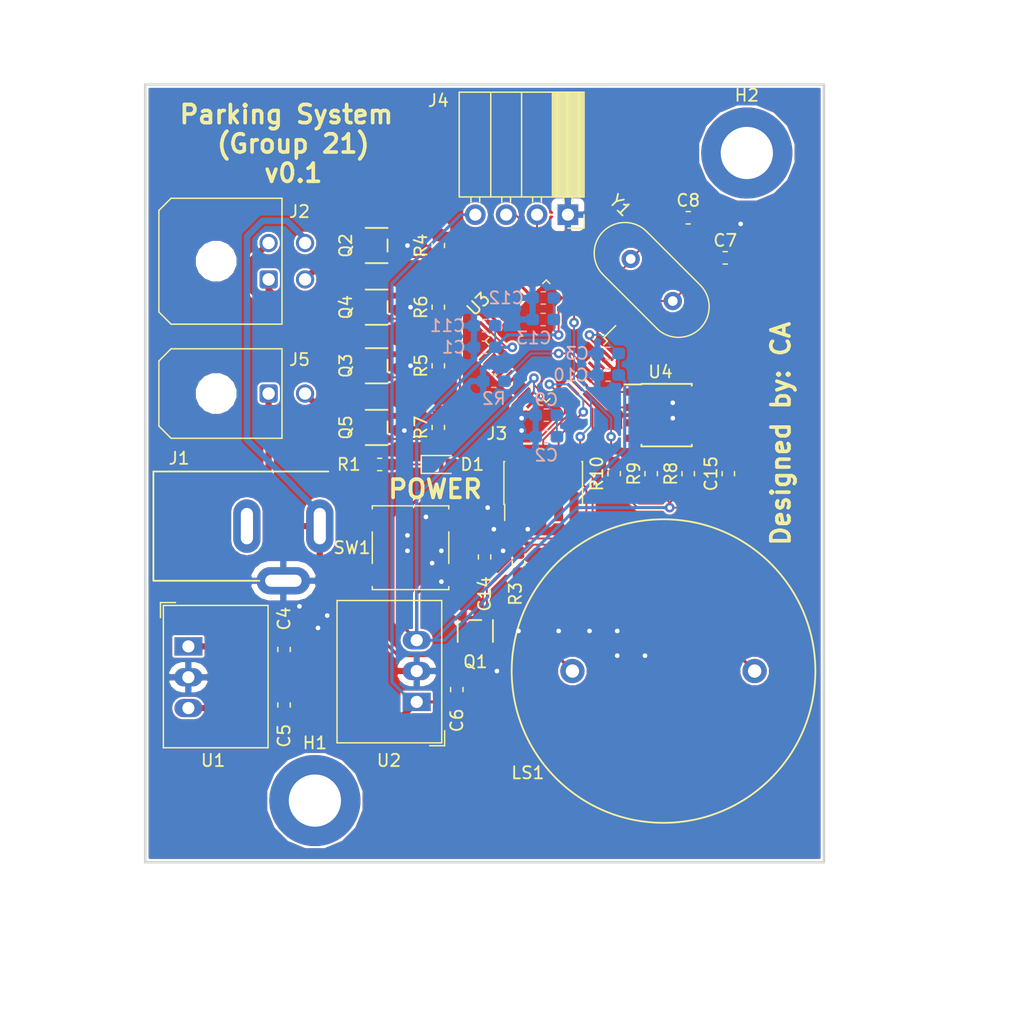
<source format=kicad_pcb>
(kicad_pcb (version 20171130) (host pcbnew "(5.0.2)-1")
  (title_block (title "Parking Sensor Hardware") (date 2019-02-15) (rev v01) (comment 4 "Author: Chathula Adikary"))
  (layers (0 F.Cu signal) (31 B.Cu signal) (34 B.Paste user) (35 F.Paste user) (36 B.SilkS user) (37 F.SilkS user) (38 B.Mask user) (39 F.Mask user) (44 Edge.Cuts user))
  (net 0 "")
  (net 1 +3V3)
  (net 2 GND)
  (net 3 +12V)
  (net 4 +5V)
  (net 5 "Net-(C7-Pad1)")
  (net 6 "Net-(C8-Pad1)")
  (net 7 /RESET)
  (net 8 "Net-(D1-Pad1)")
  (net 9 "Net-(J1-Pad2)")
  (net 10 /B_POWER)
  (net 11 /G_POWER)
  (net 12 /R_POWER)
  (net 13 /SWDIO)
  (net 14 /SWDCLK)
  (net 15 /TDO)
  (net 16 "Net-(J3-Pad7)")
  (net 17 /TDI)
  (net 18 /ECHO)
  (net 19 /TRIG)
  (net 20 /IND_POWER)
  (net 21 /BUZ_POWER)
  (net 22 /BUZZER)
  (net 23 /RED)
  (net 24 /GREEN)
  (net 25 /BLUE)
  (net 26 /INDICATOR)
  (net 27 "Net-(R2-Pad2)")
  (net 28 /I2C1_SDA)
  (net 29 /I2C1_SCL)
  (net 30 "Net-(U3-Pad1)")
  (net 31 "Net-(U3-Pad2)")
  (net 32 "Net-(U3-Pad3)")
  (net 33 "Net-(U3-Pad4)")
  (net 34 "Net-(U3-Pad17)")
  (net 35 "Net-(U3-Pad18)")
  (net 36 "Net-(U3-Pad19)")
  (net 37 "Net-(U3-Pad20)")
  (net 38 "Net-(U3-Pad25)")
  (net 39 "Net-(U3-Pad26)")
  (net 40 "Net-(U3-Pad27)")
  (net 41 "Net-(U3-Pad28)")
  (net 42 "Net-(U3-Pad29)")
  (net 43 "Net-(U3-Pad30)")
  (net 44 "Net-(U3-Pad31)")
  (net 45 "Net-(U3-Pad32)")
  (net 46 "Net-(U3-Pad33)")
  (net 47 "Net-(U3-Pad41)")
  (net 48 "Net-(U3-Pad46)")
  (net 49 "Net-(U4-Pad3)")
  (net 50 "Net-(U3-Pad22)")
  (net 51 "Net-(U3-Pad21)")
  (net 52 "Net-(U3-Pad10)")
  (net 53 "Net-(U3-Pad45)")
  (module MountingHole:MountingHole_4.3mm_M4_DIN965_Pad (layer F.Cu) (at 118.11 40.64)
    (fp_text reference H2 (at 0 -4.75) (layer F.SilkS))
    (fp_text value MountingHole)
    (pad 1 thru_hole circle (at 0 0) (size 7.5 7.5) (drill 4.3) (layers *.Cu *.Mask))
  )
  (module MountingHole:MountingHole_4.3mm_M4_DIN965_Pad (layer F.Cu) (at 82.55 93.98)
    (fp_text reference H1 (at 0 -4.75) (layer F.SilkS))
    (fp_text value MountingHole)
    (pad 1 thru_hole circle (at 0 0) (size 7.5 7.5) (drill 4.3) (layers *.Cu *.Mask))
  )
  (module Converter_DCDC:Converter_DCDC_RECOM_R-78E-0.5_THT (layer F.Cu) (at 72.136 81.28 270)
    (fp_text reference U1 (at 9.398 -2.032 180) (layer F.SilkS))
    (fp_text value R-78E5.0-1.0)
    (pad 3 thru_hole oval (at 5.08 0 270) (size 1.5 2.3) (drill 1) (layers *.Cu *.Mask) (net 4 +5V))
    (pad 2 thru_hole oval (at 2.54 0 270) (size 1.5 2.3) (drill 1) (layers *.Cu *.Mask) (net 2 GND))
    (pad 1 thru_hole rect (at 0 0 270) (size 1.5 2.3) (drill 1) (layers *.Cu *.Mask) (net 3 +12V))
  )
  (module Resistor_SMD:R_0603_1608Metric_Pad1.05x0.95mm_HandSolder (layer F.Cu) (at 113.284 67.056 90)
    (fp_text reference R8 (at 0 -1.43 90) (layer F.SilkS))
    (fp_text value 4k7)
    (pad 2 smd roundrect (at 0.875 0 90) (size 1.05 0.95) (layers F.Cu F.Paste F.Mask) (net 28 /I2C1_SDA))
    (pad 1 smd roundrect (at -0.875 0 90) (size 1.05 0.95) (layers F.Cu F.Paste F.Mask) (net 1 +3V3))
  )
  (module Resistor_SMD:R_0603_1608Metric_Pad1.05x0.95mm_HandSolder (layer F.Cu) (at 110.236 67.056 90)
    (fp_text reference R9 (at 0 -1.43 90) (layer F.SilkS))
    (fp_text value 4k7)
    (pad 2 smd roundrect (at 0.875 0 90) (size 1.05 0.95) (layers F.Cu F.Paste F.Mask) (net 29 /I2C1_SCL))
    (pad 1 smd roundrect (at -0.875 0 90) (size 1.05 0.95) (layers F.Cu F.Paste F.Mask) (net 1 +3V3))
  )
  (module Connector_Molex:Molex_Micro-Fit_3.0_43045-0200_2x01_P3.00mm_Horizontal (layer F.Cu) (at 78.74 60.452 90)
    (fp_text reference J5 (at 2.794 2.54 180) (layer F.SilkS))
    (fp_text value 0430450200)
    (pad "" np_thru_hole circle (at 0 -4.32 90) (size 3 3) (drill 3) (layers *.Cu *.Mask))
    (pad 1 thru_hole roundrect (at 0 0 90) (size 1.5 1.5) (drill 1.02) (layers *.Cu *.Mask) (roundrect_rratio 0.166667) (net 3 +12V))
    (pad 2 thru_hole circle (at 0 3 90) (size 1.5 1.5) (drill 1.02) (layers *.Cu *.Mask) (net 20 /IND_POWER))
  )
  (module Capacitor_SMD:C_0603_1608Metric_Pad1.05x0.95mm_HandSolder (layer B.Cu) (at 96.52 56.642 180)
    (fp_text reference C1 (at 2.54 0 180) (layer B.SilkS) (effects (justify mirror)))
    (fp_text value 100n)
    (pad 2 smd roundrect (at 0.875 0 180) (size 1.05 0.95) (layers B.Cu B.Paste B.Mask) (net 2 GND))
    (pad 1 smd roundrect (at -0.875 0 180) (size 1.05 0.95) (layers B.Cu B.Paste B.Mask) (net 1 +3V3))
  )
  (module Capacitor_SMD:C_0603_1608Metric_Pad1.05x0.95mm_HandSolder (layer B.Cu) (at 101.6 64.008 180)
    (fp_text reference C2 (at 0 -1.524 180) (layer B.SilkS) (effects (justify mirror)))
    (fp_text value 100n)
    (pad 2 smd roundrect (at 0.875 0 180) (size 1.05 0.95) (layers B.Cu B.Paste B.Mask) (net 2 GND))
    (pad 1 smd roundrect (at -0.875 0 180) (size 1.05 0.95) (layers B.Cu B.Paste B.Mask) (net 1 +3V3))
  )
  (module Capacitor_SMD:C_0603_1608Metric_Pad1.05x0.95mm_HandSolder (layer B.Cu) (at 106.68 57.15 180)
    (fp_text reference C3 (at 2.54 0 180) (layer B.SilkS) (effects (justify mirror)))
    (fp_text value 4u7)
    (pad 2 smd roundrect (at 0.875 0 180) (size 1.05 0.95) (layers B.Cu B.Paste B.Mask) (net 2 GND))
    (pad 1 smd roundrect (at -0.875 0 180) (size 1.05 0.95) (layers B.Cu B.Paste B.Mask) (net 1 +3V3))
  )
  (module Capacitor_SMD:C_0603_1608Metric_Pad1.05x0.95mm_HandSolder (layer F.Cu) (at 80.01 81.534 270)
    (fp_text reference C4 (at -2.54 0 270) (layer F.SilkS))
    (fp_text value 10u)
    (pad 2 smd roundrect (at 0.875 0 270) (size 1.05 0.95) (layers F.Cu F.Paste F.Mask) (net 2 GND))
    (pad 1 smd roundrect (at -0.875 0 270) (size 1.05 0.95) (layers F.Cu F.Paste F.Mask) (net 3 +12V))
  )
  (module Capacitor_SMD:C_0603_1608Metric_Pad1.05x0.95mm_HandSolder (layer F.Cu) (at 80.01 86.106 90)
    (fp_text reference C5 (at -2.54 0 90) (layer F.SilkS))
    (fp_text value 10u)
    (pad 2 smd roundrect (at 0.875 0 90) (size 1.05 0.95) (layers F.Cu F.Paste F.Mask) (net 2 GND))
    (pad 1 smd roundrect (at -0.875 0 90) (size 1.05 0.95) (layers F.Cu F.Paste F.Mask) (net 4 +5V))
  )
  (module Capacitor_SMD:C_0603_1608Metric_Pad1.05x0.95mm_HandSolder (layer F.Cu) (at 94.234 84.836 90)
    (fp_text reference C6 (at -2.54 0 90) (layer F.SilkS))
    (fp_text value 4u7)
    (pad 2 smd roundrect (at 0.875 0 90) (size 1.05 0.95) (layers F.Cu F.Paste F.Mask) (net 2 GND))
    (pad 1 smd roundrect (at -0.875 0 90) (size 1.05 0.95) (layers F.Cu F.Paste F.Mask) (net 4 +5V))
  )
  (module Capacitor_SMD:C_0603_1608Metric_Pad1.05x0.95mm_HandSolder (layer F.Cu) (at 116.332 49.276)
    (fp_text reference C7 (at 0 -1.43) (layer F.SilkS))
    (fp_text value 30p)
    (pad 2 smd roundrect (at 0.875 0) (size 1.05 0.95) (layers F.Cu F.Paste F.Mask) (net 2 GND))
    (pad 1 smd roundrect (at -0.875 0) (size 1.05 0.95) (layers F.Cu F.Paste F.Mask) (net 5 "Net-(C7-Pad1)"))
  )
  (module Capacitor_SMD:C_0603_1608Metric_Pad1.05x0.95mm_HandSolder (layer F.Cu) (at 113.284 45.974)
    (fp_text reference C8 (at 0 -1.43) (layer F.SilkS))
    (fp_text value 30p)
    (pad 2 smd roundrect (at 0.875 0) (size 1.05 0.95) (layers F.Cu F.Paste F.Mask) (net 2 GND))
    (pad 1 smd roundrect (at -0.875 0) (size 1.05 0.95) (layers F.Cu F.Paste F.Mask) (net 6 "Net-(C8-Pad1)"))
  )
  (module Capacitor_SMD:C_0603_1608Metric_Pad1.05x0.95mm_HandSolder (layer B.Cu) (at 101.6 62.23 180)
    (fp_text reference C9 (at 0 1.27 180) (layer B.SilkS) (effects (justify mirror)))
    (fp_text value 100n)
    (pad 2 smd roundrect (at 0.875 0 180) (size 1.05 0.95) (layers B.Cu B.Paste B.Mask) (net 2 GND))
    (pad 1 smd roundrect (at -0.875 0 180) (size 1.05 0.95) (layers B.Cu B.Paste B.Mask) (net 1 +3V3))
  )
  (module Capacitor_SMD:C_0603_1608Metric_Pad1.05x0.95mm_HandSolder (layer B.Cu) (at 106.68 58.928 180)
    (fp_text reference C10 (at 3.048 0 180) (layer B.SilkS) (effects (justify mirror)))
    (fp_text value 100n)
    (pad 2 smd roundrect (at 0.875 0 180) (size 1.05 0.95) (layers B.Cu B.Paste B.Mask) (net 2 GND))
    (pad 1 smd roundrect (at -0.875 0 180) (size 1.05 0.95) (layers B.Cu B.Paste B.Mask) (net 1 +3V3))
  )
  (module Capacitor_SMD:C_0603_1608Metric_Pad1.05x0.95mm_HandSolder (layer B.Cu) (at 96.52 54.864 180)
    (fp_text reference C11 (at 3.048 0 180) (layer B.SilkS) (effects (justify mirror)))
    (fp_text value 100n)
    (pad 2 smd roundrect (at 0.875 0 180) (size 1.05 0.95) (layers B.Cu B.Paste B.Mask) (net 2 GND))
    (pad 1 smd roundrect (at -0.875 0 180) (size 1.05 0.95) (layers B.Cu B.Paste B.Mask) (net 1 +3V3))
  )
  (module Capacitor_SMD:C_0603_1608Metric_Pad1.05x0.95mm_HandSolder (layer B.Cu) (at 101.346 52.578 180)
    (fp_text reference C12 (at 3.048 0 180) (layer B.SilkS) (effects (justify mirror)))
    (fp_text value 10n)
    (pad 2 smd roundrect (at 0.875 0 180) (size 1.05 0.95) (layers B.Cu B.Paste B.Mask) (net 2 GND))
    (pad 1 smd roundrect (at -0.875 0 180) (size 1.05 0.95) (layers B.Cu B.Paste B.Mask) (net 1 +3V3))
  )
  (module Capacitor_SMD:C_0603_1608Metric_Pad1.05x0.95mm_HandSolder (layer B.Cu) (at 101.346 54.356 180)
    (fp_text reference C13 (at 0.762 -1.524 180) (layer B.SilkS) (effects (justify mirror)))
    (fp_text value 1u)
    (pad 2 smd roundrect (at 0.875 0 180) (size 1.05 0.95) (layers B.Cu B.Paste B.Mask) (net 2 GND))
    (pad 1 smd roundrect (at -0.875 0 180) (size 1.05 0.95) (layers B.Cu B.Paste B.Mask) (net 1 +3V3))
  )
  (module Capacitor_SMD:C_0603_1608Metric_Pad1.05x0.95mm_HandSolder (layer F.Cu) (at 96.52 73.914 270)
    (fp_text reference C14 (at 3.048 0 270) (layer F.SilkS))
    (fp_text value 0u1)
    (pad 2 smd roundrect (at 0.875 0 270) (size 1.05 0.95) (layers F.Cu F.Paste F.Mask) (net 2 GND))
    (pad 1 smd roundrect (at -0.875 0 270) (size 1.05 0.95) (layers F.Cu F.Paste F.Mask) (net 7 /RESET))
  )
  (module Capacitor_SMD:C_0603_1608Metric_Pad1.05x0.95mm_HandSolder (layer F.Cu) (at 116.586 67.056 90)
    (fp_text reference C15 (at 0 -1.43 90) (layer F.SilkS))
    (fp_text value 0u1)
    (pad 2 smd roundrect (at 0.875 0 90) (size 1.05 0.95) (layers F.Cu F.Paste F.Mask) (net 2 GND))
    (pad 1 smd roundrect (at -0.875 0 90) (size 1.05 0.95) (layers F.Cu F.Paste F.Mask) (net 1 +3V3))
  )
  (module Connectors:PJ-002A (layer F.Cu) (at 76.454 71.374)
    (fp_text reference J1 (at -5.08 -5.588) (layer F.SilkS))
    (fp_text value PJ-002A)
    (pad 3 thru_hole oval (at 3.5 4.5) (size 4.4 2.24) (drill oval 3 1) (layers *.Cu *.Mask) (net 2 GND))
    (pad 2 thru_hole oval (at 0.5 0) (size 2.24 4.4) (drill oval 1 3) (layers *.Cu *.Mask) (net 9 "Net-(J1-Pad2)"))
    (pad 1 thru_hole oval (at 6.5 0) (size 2.24 4.4) (drill oval 1 3) (layers *.Cu *.Mask) (net 3 +12V))
  )
  (module Connector_Molex:Molex_Micro-Fit_3.0_43045-0400_2x02_P3.00mm_Horizontal (layer F.Cu) (at 78.74 51.054 90)
    (fp_text reference J2 (at 5.588 2.54 180) (layer F.SilkS))
    (fp_text value 0430450400)
    (pad 4 thru_hole circle (at 3 3 90) (size 1.5 1.5) (drill 1.02) (layers *.Cu *.Mask) (net 3 +12V))
    (pad 3 thru_hole circle (at 0 3 90) (size 1.5 1.5) (drill 1.02) (layers *.Cu *.Mask) (net 12 /R_POWER))
    (pad 2 thru_hole circle (at 3 0 90) (size 1.5 1.5) (drill 1.02) (layers *.Cu *.Mask) (net 11 /G_POWER))
    (pad 1 thru_hole roundrect (at 0 0 90) (size 1.5 1.5) (drill 1.02) (layers *.Cu *.Mask) (roundrect_rratio 0.166667) (net 10 /B_POWER))
    (pad "" np_thru_hole circle (at 1.5 -4.32 90) (size 3 3) (drill 3) (layers *.Cu *.Mask))
  )
  (module Connector_PinHeader_1.27mm:PinHeader_2x05_P1.27mm_Vertical_SMD (layer F.Cu) (at 101.346 67.818 90)
    (fp_text reference J3 (at 4.064 -3.81 180) (layer F.SilkS))
    (fp_text value Conn_ARM_JTAG_SWD_10)
    (pad 10 smd rect (at 1.95 2.54 90) (size 2.4 0.74) (layers F.Cu F.Paste F.Mask) (net 7 /RESET))
    (pad 9 smd rect (at -1.95 2.54 90) (size 2.4 0.74) (layers F.Cu F.Paste F.Mask) (net 2 GND))
    (pad 8 smd rect (at 1.95 1.27 90) (size 2.4 0.74) (layers F.Cu F.Paste F.Mask) (net 17 /TDI))
    (pad 7 smd rect (at -1.95 1.27 90) (size 2.4 0.74) (layers F.Cu F.Paste F.Mask) (net 16 "Net-(J3-Pad7)"))
    (pad 6 smd rect (at 1.95 0 90) (size 2.4 0.74) (layers F.Cu F.Paste F.Mask) (net 15 /TDO))
    (pad 5 smd rect (at -1.95 0 90) (size 2.4 0.74) (layers F.Cu F.Paste F.Mask) (net 2 GND))
    (pad 4 smd rect (at 1.95 -1.27 90) (size 2.4 0.74) (layers F.Cu F.Paste F.Mask) (net 14 /SWDCLK))
    (pad 3 smd rect (at -1.95 -1.27 90) (size 2.4 0.74) (layers F.Cu F.Paste F.Mask) (net 2 GND))
    (pad 2 smd rect (at 1.95 -2.54 90) (size 2.4 0.74) (layers F.Cu F.Paste F.Mask) (net 13 /SWDIO))
    (pad 1 smd rect (at -1.95 -2.54 90) (size 2.4 0.74) (layers F.Cu F.Paste F.Mask) (net 1 +3V3))
  )
  (module Connector_PinSocket_2.54mm:PinSocket_1x04_P2.54mm_Horizontal (layer F.Cu) (at 103.378 45.72 270)
    (fp_text reference J4 (at -9.398 10.668) (layer F.SilkS))
    (fp_text value Conn_01x04_Female)
    (pad 4 thru_hole oval (at 0 7.62 270) (size 1.7 1.7) (drill 1) (layers *.Cu *.Mask) (net 4 +5V))
    (pad 3 thru_hole oval (at 0 5.08 270) (size 1.7 1.7) (drill 1) (layers *.Cu *.Mask) (net 19 /TRIG))
    (pad 2 thru_hole oval (at 0 2.54 270) (size 1.7 1.7) (drill 1) (layers *.Cu *.Mask) (net 18 /ECHO))
    (pad 1 thru_hole rect (at 0 0 270) (size 1.7 1.7) (drill 1) (layers *.Cu *.Mask) (net 2 GND))
  )
  (module Buzzers:AI-2437-TWT-R (layer F.Cu) (at 111.252 83.312 270)
    (fp_text reference LS1 (at 8.382 11.176) (layer F.SilkS))
    (fp_text value AI-2437-TWT-R)
    (pad 2 thru_hole circle (at 0 -7.5 270) (size 2 2) (drill 1.1) (layers *.Cu *.Mask) (net 21 /BUZ_POWER))
    (pad 1 thru_hole circle (at 0 7.5 270) (size 2 2) (drill 1.1) (layers *.Cu *.Mask) (net 3 +12V))
  )
  (module MOSFETS:SSM3K33R,LF (layer F.Cu) (at 95.758 80.01 180)
    (fp_text reference Q1 (at 0 -2.54 180) (layer F.SilkS))
    (fp_text value SSM3K333R,LF)
    (pad 3 smd rect (at 0 -1.05 180) (size 0.62 0.4) (layers F.Cu F.Paste F.Mask) (net 21 /BUZ_POWER))
    (pad 2 smd rect (at 0.95 1.05 180) (size 0.62 0.4) (layers F.Cu F.Paste F.Mask) (net 2 GND))
    (pad 1 smd rect (at -0.95 1.05 180) (size 0.62 0.4) (layers F.Cu F.Paste F.Mask) (net 22 /BUZZER))
  )
  (module MOSFETS:SSM3K33R,LF (layer F.Cu) (at 87.63 48.26 90)
    (fp_text reference Q2 (at 0 -2.54 90) (layer F.SilkS))
    (fp_text value SSM3K333R,LF)
    (pad 3 smd rect (at 0 -1.05 90) (size 0.62 0.4) (layers F.Cu F.Paste F.Mask) (net 12 /R_POWER))
    (pad 2 smd rect (at 0.95 1.05 90) (size 0.62 0.4) (layers F.Cu F.Paste F.Mask) (net 2 GND))
    (pad 1 smd rect (at -0.95 1.05 90) (size 0.62 0.4) (layers F.Cu F.Paste F.Mask) (net 23 /RED))
  )
  (module MOSFETS:SSM3K33R,LF (layer F.Cu) (at 87.63 58.166 90)
    (fp_text reference Q3 (at 0 -2.54 90) (layer F.SilkS))
    (fp_text value SSM3K333R,LF)
    (pad 3 smd rect (at 0 -1.05 90) (size 0.62 0.4) (layers F.Cu F.Paste F.Mask) (net 11 /G_POWER))
    (pad 2 smd rect (at 0.95 1.05 90) (size 0.62 0.4) (layers F.Cu F.Paste F.Mask) (net 2 GND))
    (pad 1 smd rect (at -0.95 1.05 90) (size 0.62 0.4) (layers F.Cu F.Paste F.Mask) (net 24 /GREEN))
  )
  (module MOSFETS:SSM3K33R,LF (layer F.Cu) (at 87.63 53.34 90)
    (fp_text reference Q4 (at 0 -2.54 90) (layer F.SilkS))
    (fp_text value SSM3K333R,LF)
    (pad 3 smd rect (at 0 -1.05 90) (size 0.62 0.4) (layers F.Cu F.Paste F.Mask) (net 10 /B_POWER))
    (pad 2 smd rect (at 0.95 1.05 90) (size 0.62 0.4) (layers F.Cu F.Paste F.Mask) (net 2 GND))
    (pad 1 smd rect (at -0.95 1.05 90) (size 0.62 0.4) (layers F.Cu F.Paste F.Mask) (net 25 /BLUE))
  )
  (module MOSFETS:SSM3K33R,LF (layer F.Cu) (at 87.63 63.246 90)
    (fp_text reference Q5 (at 0 -2.54 90) (layer F.SilkS))
    (fp_text value SSM3K333R,LF)
    (pad 3 smd rect (at 0 -1.05 90) (size 0.62 0.4) (layers F.Cu F.Paste F.Mask) (net 20 /IND_POWER))
    (pad 2 smd rect (at 0.95 1.05 90) (size 0.62 0.4) (layers F.Cu F.Paste F.Mask) (net 2 GND))
    (pad 1 smd rect (at -0.95 1.05 90) (size 0.62 0.4) (layers F.Cu F.Paste F.Mask) (net 26 /INDICATOR))
  )
  (module Resistor_SMD:R_0603_1608Metric_Pad1.05x0.95mm_HandSolder (layer F.Cu) (at 87.884 66.294 180)
    (fp_text reference R1 (at 2.54 0 180) (layer F.SilkS))
    (fp_text value R_US)
    (pad 2 smd roundrect (at 0.875 0 180) (size 1.05 0.95) (layers F.Cu F.Paste F.Mask) (net 2 GND))
    (pad 1 smd roundrect (at -0.875 0 180) (size 1.05 0.95) (layers F.Cu F.Paste F.Mask) (net 8 "Net-(D1-Pad1)"))
  )
  (module Resistor_SMD:R_0603_1608Metric_Pad1.05x0.95mm_HandSolder (layer B.Cu) (at 97.282 59.436)
    (fp_text reference R2 (at 0 1.43) (layer B.SilkS) (effects (justify mirror)))
    (fp_text value 10K)
    (pad 2 smd roundrect (at 0.875 0) (size 1.05 0.95) (layers B.Cu B.Paste B.Mask) (net 27 "Net-(R2-Pad2)"))
    (pad 1 smd roundrect (at -0.875 0) (size 1.05 0.95) (layers B.Cu B.Paste B.Mask) (net 2 GND))
  )
  (module Resistor_SMD:R_0603_1608Metric_Pad1.05x0.95mm_HandSolder (layer F.Cu) (at 99.314 74.422 270)
    (fp_text reference R3 (at 2.54 0.254 270) (layer F.SilkS))
    (fp_text value 10K)
    (pad 2 smd roundrect (at 0.875 0 270) (size 1.05 0.95) (layers F.Cu F.Paste F.Mask) (net 2 GND))
    (pad 1 smd roundrect (at -0.875 0 270) (size 1.05 0.95) (layers F.Cu F.Paste F.Mask) (net 22 /BUZZER))
  )
  (module Resistor_SMD:R_0603_1608Metric_Pad1.05x0.95mm_HandSolder (layer F.Cu) (at 92.71 48.26 90)
    (fp_text reference R4 (at 0 -1.43 90) (layer F.SilkS))
    (fp_text value 10K)
    (pad 2 smd roundrect (at 0.875 0 90) (size 1.05 0.95) (layers F.Cu F.Paste F.Mask) (net 2 GND))
    (pad 1 smd roundrect (at -0.875 0 90) (size 1.05 0.95) (layers F.Cu F.Paste F.Mask) (net 23 /RED))
  )
  (module Resistor_SMD:R_0603_1608Metric_Pad1.05x0.95mm_HandSolder (layer F.Cu) (at 92.71 58.166 90)
    (fp_text reference R5 (at 0 -1.43 90) (layer F.SilkS))
    (fp_text value 10K)
    (pad 2 smd roundrect (at 0.875 0 90) (size 1.05 0.95) (layers F.Cu F.Paste F.Mask) (net 2 GND))
    (pad 1 smd roundrect (at -0.875 0 90) (size 1.05 0.95) (layers F.Cu F.Paste F.Mask) (net 24 /GREEN))
  )
  (module Resistor_SMD:R_0603_1608Metric_Pad1.05x0.95mm_HandSolder (layer F.Cu) (at 92.71 53.34 90)
    (fp_text reference R6 (at 0 -1.43 90) (layer F.SilkS))
    (fp_text value 10K)
    (pad 2 smd roundrect (at 0.875 0 90) (size 1.05 0.95) (layers F.Cu F.Paste F.Mask) (net 2 GND))
    (pad 1 smd roundrect (at -0.875 0 90) (size 1.05 0.95) (layers F.Cu F.Paste F.Mask) (net 25 /BLUE))
  )
  (module Resistor_SMD:R_0603_1608Metric_Pad1.05x0.95mm_HandSolder (layer F.Cu) (at 92.71 63.246 90)
    (fp_text reference R7 (at 0 -1.43 90) (layer F.SilkS))
    (fp_text value 10K)
    (pad 2 smd roundrect (at 0.875 0 90) (size 1.05 0.95) (layers F.Cu F.Paste F.Mask) (net 2 GND))
    (pad 1 smd roundrect (at -0.875 0 90) (size 1.05 0.95) (layers F.Cu F.Paste F.Mask) (net 26 /INDICATOR))
  )
  (module Resistor_SMD:R_0603_1608Metric_Pad1.05x0.95mm_HandSolder (layer F.Cu) (at 107.188 67.056 90)
    (fp_text reference R10 (at 0 -1.43 90) (layer F.SilkS))
    (fp_text value 10K)
    (pad 2 smd roundrect (at 0.875 0 90) (size 1.05 0.95) (layers F.Cu F.Paste F.Mask) (net 7 /RESET))
    (pad 1 smd roundrect (at -0.875 0 90) (size 1.05 0.95) (layers F.Cu F.Paste F.Mask) (net 1 +3V3))
  )
  (module Button_Switch_SMD:SW_SPST_B3S-1000 (layer F.Cu) (at 90.424 73.152 180)
    (fp_text reference SW1 (at 4.826 0) (layer F.SilkS))
    (fp_text value SW_Push)
    (pad 2 smd rect (at 3.975 2.25 180) (size 1.55 1.3) (layers F.Cu F.Paste F.Mask) (net 2 GND))
    (pad 2 smd rect (at -3.975 2.25 180) (size 1.55 1.3) (layers F.Cu F.Paste F.Mask) (net 2 GND))
    (pad 1 smd rect (at 3.975 -2.25 180) (size 1.55 1.3) (layers F.Cu F.Paste F.Mask) (net 7 /RESET))
    (pad 1 smd rect (at -3.975 -2.25 180) (size 1.55 1.3) (layers F.Cu F.Paste F.Mask) (net 7 /RESET))
  )
  (module Converter_DCDC:Converter_DCDC_RECOM_R-78E-0.5_THT (layer F.Cu) (at 90.932 85.852 90)
    (fp_text reference U2 (at -4.826 -2.286) (layer F.SilkS))
    (fp_text value R-783.3-0.5)
    (pad 3 thru_hole oval (at 5.08 0 90) (size 1.5 2.3) (drill 1) (layers *.Cu *.Mask) (net 1 +3V3))
    (pad 2 thru_hole oval (at 2.54 0 90) (size 1.5 2.3) (drill 1) (layers *.Cu *.Mask) (net 2 GND))
    (pad 1 thru_hole rect (at 0 0 90) (size 1.5 2.3) (drill 1) (layers *.Cu *.Mask) (net 4 +5V))
  )
  (module Package_QFP:LQFP-48_7x7mm_P0.5mm (layer F.Cu) (at 101.6 56.134 225)
    (fp_text reference U3 (at 1.796051 6.106574 45) (layer F.SilkS))
    (fp_text value STM32F103C4Tx)
    (pad 48 smd rect (at -2.75 -4.35 315) (size 1.3 0.25) (layers F.Cu F.Paste F.Mask) (net 1 +3V3))
    (pad 47 smd rect (at -2.25 -4.35 315) (size 1.3 0.25) (layers F.Cu F.Paste F.Mask) (net 2 GND))
    (pad 46 smd rect (at -1.749999 -4.35 315) (size 1.3 0.25) (layers F.Cu F.Paste F.Mask) (net 48 "Net-(U3-Pad46)"))
    (pad 45 smd rect (at -1.25 -4.35 315) (size 1.3 0.25) (layers F.Cu F.Paste F.Mask) (net 53 "Net-(U3-Pad45)"))
    (pad 44 smd rect (at -0.750001 -4.35 315) (size 1.3 0.25) (layers F.Cu F.Paste F.Mask) (net 27 "Net-(R2-Pad2)"))
    (pad 43 smd rect (at -0.25 -4.35 315) (size 1.3 0.25) (layers F.Cu F.Paste F.Mask) (net 28 /I2C1_SDA))
    (pad 42 smd rect (at 0.25 -4.35 315) (size 1.3 0.25) (layers F.Cu F.Paste F.Mask) (net 29 /I2C1_SCL))
    (pad 41 smd rect (at 0.750001 -4.35 315) (size 1.3 0.25) (layers F.Cu F.Paste F.Mask) (net 47 "Net-(U3-Pad41)"))
    (pad 40 smd rect (at 1.25 -4.35 315) (size 1.3 0.25) (layers F.Cu F.Paste F.Mask) (net 22 /BUZZER))
    (pad 39 smd rect (at 1.749999 -4.35 315) (size 1.3 0.25) (layers F.Cu F.Paste F.Mask) (net 15 /TDO))
    (pad 38 smd rect (at 2.25 -4.35 315) (size 1.3 0.25) (layers F.Cu F.Paste F.Mask) (net 17 /TDI))
    (pad 37 smd rect (at 2.75 -4.35 315) (size 1.3 0.25) (layers F.Cu F.Paste F.Mask) (net 14 /SWDCLK))
    (pad 36 smd rect (at 4.35 -2.75 225) (size 1.3 0.25) (layers F.Cu F.Paste F.Mask) (net 1 +3V3))
    (pad 35 smd rect (at 4.35 -2.25 225) (size 1.3 0.25) (layers F.Cu F.Paste F.Mask) (net 2 GND))
    (pad 34 smd rect (at 4.35 -1.749999 225) (size 1.3 0.25) (layers F.Cu F.Paste F.Mask) (net 13 /SWDIO))
    (pad 33 smd rect (at 4.35 -1.25 225) (size 1.3 0.25) (layers F.Cu F.Paste F.Mask) (net 46 "Net-(U3-Pad33)"))
    (pad 32 smd rect (at 4.35 -0.750001 225) (size 1.3 0.25) (layers F.Cu F.Paste F.Mask) (net 45 "Net-(U3-Pad32)"))
    (pad 31 smd rect (at 4.35 -0.25 225) (size 1.3 0.25) (layers F.Cu F.Paste F.Mask) (net 44 "Net-(U3-Pad31)"))
    (pad 30 smd rect (at 4.35 0.25 225) (size 1.3 0.25) (layers F.Cu F.Paste F.Mask) (net 43 "Net-(U3-Pad30)"))
    (pad 29 smd rect (at 4.35 0.750001 225) (size 1.3 0.25) (layers F.Cu F.Paste F.Mask) (net 42 "Net-(U3-Pad29)"))
    (pad 28 smd rect (at 4.35 1.25 225) (size 1.3 0.25) (layers F.Cu F.Paste F.Mask) (net 41 "Net-(U3-Pad28)"))
    (pad 27 smd rect (at 4.35 1.749999 225) (size 1.3 0.25) (layers F.Cu F.Paste F.Mask) (net 40 "Net-(U3-Pad27)"))
    (pad 26 smd rect (at 4.35 2.25 225) (size 1.3 0.25) (layers F.Cu F.Paste F.Mask) (net 39 "Net-(U3-Pad26)"))
    (pad 25 smd rect (at 4.35 2.75 225) (size 1.3 0.25) (layers F.Cu F.Paste F.Mask) (net 38 "Net-(U3-Pad25)"))
    (pad 24 smd rect (at 2.75 4.35 315) (size 1.3 0.25) (layers F.Cu F.Paste F.Mask) (net 1 +3V3))
    (pad 23 smd rect (at 2.25 4.35 315) (size 1.3 0.25) (layers F.Cu F.Paste F.Mask) (net 2 GND))
    (pad 22 smd rect (at 1.749999 4.35 315) (size 1.3 0.25) (layers F.Cu F.Paste F.Mask) (net 50 "Net-(U3-Pad22)"))
    (pad 21 smd rect (at 1.25 4.35 315) (size 1.3 0.25) (layers F.Cu F.Paste F.Mask) (net 51 "Net-(U3-Pad21)"))
    (pad 20 smd rect (at 0.750001 4.35 315) (size 1.3 0.25) (layers F.Cu F.Paste F.Mask) (net 37 "Net-(U3-Pad20)"))
    (pad 19 smd rect (at 0.25 4.35 315) (size 1.3 0.25) (layers F.Cu F.Paste F.Mask) (net 36 "Net-(U3-Pad19)"))
    (pad 18 smd rect (at -0.25 4.35 315) (size 1.3 0.25) (layers F.Cu F.Paste F.Mask) (net 35 "Net-(U3-Pad18)"))
    (pad 17 smd rect (at -0.750001 4.35 315) (size 1.3 0.25) (layers F.Cu F.Paste F.Mask) (net 34 "Net-(U3-Pad17)"))
    (pad 16 smd rect (at -1.25 4.35 315) (size 1.3 0.25) (layers F.Cu F.Paste F.Mask) (net 26 /INDICATOR))
    (pad 15 smd rect (at -1.749999 4.35 315) (size 1.3 0.25) (layers F.Cu F.Paste F.Mask) (net 24 /GREEN))
    (pad 14 smd rect (at -2.25 4.35 315) (size 1.3 0.25) (layers F.Cu F.Paste F.Mask) (net 25 /BLUE))
    (pad 13 smd rect (at -2.75 4.35 315) (size 1.3 0.25) (layers F.Cu F.Paste F.Mask) (net 23 /RED))
    (pad 12 smd rect (at -4.35 2.75 225) (size 1.3 0.25) (layers F.Cu F.Paste F.Mask) (net 19 /TRIG))
    (pad 11 smd rect (at -4.35 2.25 225) (size 1.3 0.25) (layers F.Cu F.Paste F.Mask) (net 18 /ECHO))
    (pad 10 smd rect (at -4.35 1.749999 225) (size 1.3 0.25) (layers F.Cu F.Paste F.Mask) (net 52 "Net-(U3-Pad10)"))
    (pad 9 smd rect (at -4.35 1.25 225) (size 1.3 0.25) (layers F.Cu F.Paste F.Mask) (net 1 +3V3))
    (pad 8 smd rect (at -4.35 0.750001 225) (size 1.3 0.25) (layers F.Cu F.Paste F.Mask) (net 2 GND))
    (pad 7 smd rect (at -4.35 0.25 225) (size 1.3 0.25) (layers F.Cu F.Paste F.Mask) (net 7 /RESET))
    (pad 6 smd rect (at -4.35 -0.25 225) (size 1.3 0.25) (layers F.Cu F.Paste F.Mask) (net 6 "Net-(C8-Pad1)"))
    (pad 5 smd rect (at -4.35 -0.750001 225) (size 1.3 0.25) (layers F.Cu F.Paste F.Mask) (net 5 "Net-(C7-Pad1)"))
    (pad 4 smd rect (at -4.35 -1.25 225) (size 1.3 0.25) (layers F.Cu F.Paste F.Mask) (net 33 "Net-(U3-Pad4)"))
    (pad 3 smd rect (at -4.35 -1.749999 225) (size 1.3 0.25) (layers F.Cu F.Paste F.Mask) (net 32 "Net-(U3-Pad3)"))
    (pad 2 smd rect (at -4.35 -2.25 225) (size 1.3 0.25) (layers F.Cu F.Paste F.Mask) (net 31 "Net-(U3-Pad2)"))
    (pad 1 smd rect (at -4.35 -2.75 225) (size 1.3 0.25) (layers F.Cu F.Paste F.Mask) (net 30 "Net-(U3-Pad1)"))
  )
  (module Package_SO:SOIC-8_3.9x4.9mm_P1.27mm (layer F.Cu) (at 111.506 62.23)
    (fp_text reference U4 (at -0.508 -3.556) (layer F.SilkS))
    (fp_text value DS1621S)
    (pad 8 smd rect (at 2.7 -1.905) (size 1.55 0.6) (layers F.Cu F.Paste F.Mask) (net 1 +3V3))
    (pad 7 smd rect (at 2.7 -0.635) (size 1.55 0.6) (layers F.Cu F.Paste F.Mask) (net 2 GND))
    (pad 6 smd rect (at 2.7 0.635) (size 1.55 0.6) (layers F.Cu F.Paste F.Mask) (net 2 GND))
    (pad 5 smd rect (at 2.7 1.905) (size 1.55 0.6) (layers F.Cu F.Paste F.Mask) (net 2 GND))
    (pad 4 smd rect (at -2.7 1.905) (size 1.55 0.6) (layers F.Cu F.Paste F.Mask) (net 2 GND))
    (pad 3 smd rect (at -2.7 0.635) (size 1.55 0.6) (layers F.Cu F.Paste F.Mask) (net 49 "Net-(U4-Pad3)"))
    (pad 2 smd rect (at -2.7 -0.635) (size 1.55 0.6) (layers F.Cu F.Paste F.Mask) (net 29 /I2C1_SCL))
    (pad 1 smd rect (at -2.7 -1.905) (size 1.55 0.6) (layers F.Cu F.Paste F.Mask) (net 28 /I2C1_SDA))
  )
  (module Crystal:Crystal_HC18-U_Vertical (layer F.Cu) (at 112.014 52.832 135)
    (fp_text reference Y1 (at 8.621046 2.514472 135) (layer F.SilkS))
    (fp_text value Crystal)
    (pad 2 thru_hole circle (at 4.9 0 135) (size 1.5 1.5) (drill 0.8) (layers *.Cu *.Mask) (net 6 "Net-(C8-Pad1)"))
    (pad 1 thru_hole circle (at 0 0 135) (size 1.5 1.5) (drill 0.8) (layers *.Cu *.Mask) (net 5 "Net-(C7-Pad1)"))
  )
  (module LED_SMD:LED_0603_1608Metric_Pad1.05x0.95mm_HandSolder (layer F.Cu) (at 92.964 66.294)
    (fp_text reference D1 (at 2.54 0) (layer F.SilkS))
    (fp_text value LED)
    (pad 1 smd roundrect (at -0.875 0) (size 1.05 0.95) (layers F.Cu F.Paste F.Mask) (net 8 "Net-(D1-Pad1)"))
    (pad 2 smd roundrect (at 0.875 0) (size 1.05 0.95) (layers F.Cu F.Paste F.Mask) (net 1 +3V3))
  )
  (gr_text "Designed by: CA" (at 120.904 63.754 90) (layer F.SilkS) (effects (font (size 1.5 1.5) (thickness 0.3))))
  (gr_text "Parking System \n(Group 21)\nv0.1" (at 80.772 39.878) (layer F.SilkS) (effects (font (size 1.5 1.5) (thickness 0.3))))
  (gr_line (start 124.46 99.06) (end 68.58 99.06) (layer Edge.Cuts) (width 0.2))
  (gr_line (start 124.46 35) (end 124.46 99.06) (layer Edge.Cuts) (width 0.2))
  (gr_line (start 68.58 35) (end 124.46 35) (layer Edge.Cuts) (width 0.2))
  (gr_line (start 68.58 99.06) (end 68.58 35) (layer Edge.Cuts) (width 0.2))
  (gr_text POWER (at 92.456 68.326) (layer F.SilkS) (effects (font (size 1.5 1.5) (thickness 0.3))))
  (via (at 111.76 69.85) (size 0.7874) (drill 0.381) (layers F.Cu B.Cu) (net 1))
  (via (at 100.584 59.182) (size 0.7874) (drill 0.381) (layers F.Cu B.Cu) (net 1))
  (via (at 98.806 56.642) (size 0.7874) (drill 0.381) (layers F.Cu B.Cu) (net 1))
  (via (at 102.616 55.626) (size 0.7874) (drill 0.381) (layers F.Cu B.Cu) (net 1))
  (segment (start 97.395 56.642) (end 97.395 54.864) (width 0.1524) (layer B.Cu) (net 1))
  (segment (start 102.221 54.356) (end 102.221 52.578) (width 0.1524) (layer B.Cu) (net 1))
  (segment (start 107.555 57.15) (end 107.555 58.928) (width 0.1524) (layer B.Cu) (net 1))
  (segment (start 102.475 62.23) (end 102.475 64.008) (width 0.1524) (layer B.Cu) (net 1))
  (segment (start 102.221 55.231) (end 102.616 55.626) (width 0.1524) (layer B.Cu) (net 1))
  (segment (start 102.221 54.356) (end 102.221 55.231) (width 0.1524) (layer B.Cu) (net 1))
  (segment (start 102.616 53.350233) (end 103.792031 52.174202) (width 0.1524) (layer F.Cu) (net 1))
  (segment (start 102.616 55.626) (end 102.616 53.350233) (width 0.1524) (layer F.Cu) (net 1))
  (segment (start 106.031 55.626) (end 105.156 55.626) (width 0.1524) (layer B.Cu) (net 1))
  (segment (start 107.555 57.15) (end 106.031 55.626) (width 0.1524) (layer B.Cu) (net 1))
  (via (at 105.156 55.626) (size 0.7874) (drill 0.381) (layers F.Cu B.Cu) (net 1))
  (segment (start 106.541371 57.265371) (end 106.620458 57.265371) (width 0.1524) (layer F.Cu) (net 1))
  (segment (start 105.156 55.626) (end 105.156 55.88) (width 0.1524) (layer F.Cu) (net 1))
  (segment (start 105.156 55.88) (end 106.541371 57.265371) (width 0.1524) (layer F.Cu) (net 1))
  (segment (start 98.298 56.642) (end 98.806 56.642) (width 0.1524) (layer F.Cu) (net 1))
  (segment (start 96.579542 55.002629) (end 96.658629 55.002629) (width 0.1524) (layer F.Cu) (net 1))
  (segment (start 96.658629 55.002629) (end 98.298 56.642) (width 0.1524) (layer F.Cu) (net 1))
  (segment (start 100.998958 60.624129) (end 100.468629 61.154458) (width 0.1524) (layer F.Cu) (net 1))
  (segment (start 100.998958 60.153733) (end 100.998958 60.624129) (width 0.1524) (layer F.Cu) (net 1))
  (segment (start 100.584 59.738775) (end 100.998958 60.153733) (width 0.1524) (layer F.Cu) (net 1))
  (segment (start 100.584 59.182) (end 100.584 59.738775) (width 0.1524) (layer F.Cu) (net 1))
  (segment (start 100.584 60.339) (end 102.475 62.23) (width 0.1524) (layer B.Cu) (net 1))
  (segment (start 100.584 59.182) (end 100.584 60.339) (width 0.1524) (layer B.Cu) (net 1))
  (segment (start 98.182 69.768) (end 98.806 69.768) (width 0.254) (layer F.Cu) (net 1))
  (segment (start 98.105078 69.768) (end 98.182 69.768) (width 0.254) (layer F.Cu) (net 1))
  (segment (start 90.932 76.941078) (end 98.105078 69.768) (width 0.254) (layer F.Cu) (net 1))
  (segment (start 90.932 80.772) (end 90.932 76.941078) (width 0.254) (layer F.Cu) (net 1))
  (segment (start 90.932 68.834) (end 100.584 59.182) (width 0.254) (layer B.Cu) (net 1))
  (segment (start 90.932 80.772) (end 90.932 68.834) (width 0.254) (layer B.Cu) (net 1))
  (segment (start 98.249225 56.642) (end 98.806 56.642) (width 0.254) (layer B.Cu) (net 1))
  (segment (start 97.395 56.642) (end 98.249225 56.642) (width 0.254) (layer B.Cu) (net 1))
  (segment (start 90.932 63.105) (end 97.395 56.642) (width 0.254) (layer B.Cu) (net 1))
  (segment (start 102.059225 55.626) (end 102.616 55.626) (width 0.254) (layer B.Cu) (net 1))
  (segment (start 98.411 55.626) (end 102.059225 55.626) (width 0.254) (layer B.Cu) (net 1))
  (segment (start 90.932 63.105) (end 98.411 55.626) (width 0.254) (layer B.Cu) (net 1))
  (segment (start 90.932 80.772) (end 90.932 63.105) (width 0.254) (layer B.Cu) (net 1))
  (segment (start 108.054072 59.427072) (end 107.555 58.928) (width 0.254) (layer B.Cu) (net 1))
  (segment (start 108.054072 65.053928) (end 108.054072 59.427072) (width 0.254) (layer B.Cu) (net 1))
  (segment (start 92.336 80.772) (end 108.054072 65.053928) (width 0.254) (layer B.Cu) (net 1))
  (segment (start 90.932 80.772) (end 92.336 80.772) (width 0.254) (layer B.Cu) (net 1))
  (segment (start 107.188 67.931) (end 109.107 69.85) (width 0.1524) (layer F.Cu) (net 1))
  (segment (start 109.107 69.85) (end 111.76 69.85) (width 0.1524) (layer F.Cu) (net 1))
  (segment (start 110.236 67.931) (end 111.76 69.455) (width 0.1524) (layer F.Cu) (net 1))
  (segment (start 111.76 69.455) (end 111.76 69.85) (width 0.1524) (layer F.Cu) (net 1))
  (segment (start 113.284 67.931) (end 111.76 69.455) (width 0.1524) (layer F.Cu) (net 1))
  (segment (start 111.76 69.85) (end 104.14 69.85) (width 0.254) (layer B.Cu) (net 1))
  (segment (start 93.218 80.772) (end 90.932 80.772) (width 0.254) (layer B.Cu) (net 1))
  (segment (start 104.14 69.85) (end 93.218 80.772) (width 0.254) (layer B.Cu) (net 1))
  (segment (start 116.086928 67.431928) (end 116.586 67.931) (width 0.1524) (layer F.Cu) (net 1))
  (segment (start 115.57 66.915) (end 116.086928 67.431928) (width 0.1524) (layer F.Cu) (net 1))
  (segment (start 115.57 61.214) (end 115.57 66.915) (width 0.1524) (layer F.Cu) (net 1))
  (segment (start 114.206 60.325) (end 114.681 60.325) (width 0.1524) (layer F.Cu) (net 1))
  (segment (start 114.681 60.325) (end 115.57 61.214) (width 0.1524) (layer F.Cu) (net 1))
  (segment (start 114.667 69.85) (end 116.586 67.931) (width 0.1524) (layer F.Cu) (net 1))
  (segment (start 111.76 69.85) (end 114.667 69.85) (width 0.1524) (layer F.Cu) (net 1))
  (segment (start 89.408 79.248) (end 90.932 80.772) (width 0.254) (layer F.Cu) (net 1))
  (segment (start 93.839 66.294) (end 89.408 70.725) (width 0.254) (layer F.Cu) (net 1))
  (segment (start 89.408 70.725) (end 89.408 79.248) (width 0.254) (layer F.Cu) (net 1))
  (via (at 99.568 62.484) (size 0.7874) (drill 0.381) (layers F.Cu B.Cu) (net 2))
  (via (at 99.568 63.5) (size 0.7874) (drill 0.381) (layers F.Cu B.Cu) (net 2))
  (via (at 97.282 71.628) (size 0.7874) (drill 0.381) (layers F.Cu B.Cu) (net 2))
  (via (at 82.804 79.756) (size 0.7874) (drill 0.381) (layers F.Cu B.Cu) (net 2))
  (via (at 83.566 78.74) (size 0.7874) (drill 0.381) (layers F.Cu B.Cu) (net 2))
  (via (at 81.28 77.978) (size 0.7874) (drill 0.381) (layers F.Cu B.Cu) (net 2))
  (via (at 91.694 70.612) (size 0.7874) (drill 0.381) (layers F.Cu B.Cu) (net 2))
  (via (at 92.202 74.422) (size 0.7874) (drill 0.381) (layers F.Cu B.Cu) (net 2))
  (via (at 90.17 72.136) (size 0.7874) (drill 0.381) (layers F.Cu B.Cu) (net 2))
  (via (at 92.964 75.946) (size 0.7874) (drill 0.381) (layers F.Cu B.Cu) (net 2))
  (via (at 98.044 73.406) (size 0.7874) (drill 0.381) (layers F.Cu B.Cu) (net 2))
  (via (at 90.17 48.26) (size 0.7874) (drill 0.381) (layers F.Cu B.Cu) (net 2))
  (via (at 90.424 53.34) (size 0.7874) (drill 0.381) (layers F.Cu B.Cu) (net 2))
  (via (at 90.424 58.166) (size 0.7874) (drill 0.381) (layers F.Cu B.Cu) (net 2))
  (via (at 89.916 63.5) (size 0.7874) (drill 0.381) (layers F.Cu B.Cu) (net 2))
  (via (at 92.964 73.406) (size 0.7874) (drill 0.381) (layers F.Cu B.Cu) (net 2))
  (via (at 96.774 69.85) (size 0.7874) (drill 0.381) (layers F.Cu B.Cu) (net 2))
  (via (at 90.17 73.406) (size 0.7874) (drill 0.381) (layers F.Cu B.Cu) (net 2))
  (via (at 102.616 80.01) (size 0.7874) (drill 0.381) (layers F.Cu B.Cu) (net 2))
  (via (at 105.156 80.01) (size 0.7874) (drill 0.381) (layers F.Cu B.Cu) (net 2))
  (via (at 107.442 80.01) (size 0.7874) (drill 0.381) (layers F.Cu B.Cu) (net 2))
  (via (at 107.442 82.042) (size 0.7874) (drill 0.381) (layers F.Cu B.Cu) (net 2))
  (via (at 109.728 82.042) (size 0.7874) (drill 0.381) (layers F.Cu B.Cu) (net 2))
  (via (at 99.314 80.01) (size 0.7874) (drill 0.381) (layers F.Cu B.Cu) (net 2))
  (via (at 97.536 83.312) (size 0.7874) (drill 0.381) (layers F.Cu B.Cu) (net 2))
  (via (at 117.602 46.482) (size 0.7874) (drill 0.381) (layers F.Cu B.Cu) (net 2))
  (via (at 100.076 71.628) (size 0.7874) (drill 0.381) (layers F.Cu B.Cu) (net 2))
  (via (at 112.014 61.214) (size 0.7874) (drill 0.381) (layers F.Cu B.Cu) (net 2))
  (via (at 112.014 62.484) (size 0.7874) (drill 0.381) (layers F.Cu B.Cu) (net 2))
  (segment (start 81.326 71.374) (end 82.954 71.374) (width 0.508) (layer F.Cu) (net 3))
  (segment (start 78.74 68.788) (end 81.326 71.374) (width 0.508) (layer F.Cu) (net 3))
  (segment (start 78.74 60.452) (end 78.74 68.788) (width 0.508) (layer F.Cu) (net 3))
  (segment (start 81.74 47.704) (end 81.74 48.054) (width 0.508) (layer B.Cu) (net 3))
  (segment (start 78.232 46.228) (end 80.264 46.228) (width 0.508) (layer B.Cu) (net 3))
  (segment (start 82.954 70.294) (end 80.732 68.072) (width 0.508) (layer B.Cu) (net 3))
  (segment (start 80.264 46.228) (end 81.74 47.704) (width 0.508) (layer B.Cu) (net 3))
  (segment (start 82.954 71.374) (end 82.954 70.294) (width 0.508) (layer B.Cu) (net 3))
  (segment (start 80.732 68.072) (end 80.732 68.032) (width 0.508) (layer B.Cu) (net 3))
  (segment (start 80.732 68.032) (end 76.962 64.262) (width 0.508) (layer B.Cu) (net 3))
  (segment (start 76.962 64.262) (end 76.962 47.498) (width 0.508) (layer B.Cu) (net 3))
  (segment (start 76.962 47.498) (end 78.232 46.228) (width 0.508) (layer B.Cu) (net 3))
  (segment (start 82.954 77.715) (end 80.01 80.659) (width 0.508) (layer F.Cu) (net 3))
  (segment (start 82.954 71.374) (end 82.954 77.715) (width 0.508) (layer F.Cu) (net 3))
  (segment (start 79.389 81.28) (end 80.01 80.659) (width 0.508) (layer F.Cu) (net 3))
  (segment (start 72.136 81.28) (end 79.389 81.28) (width 0.508) (layer F.Cu) (net 3))
  (segment (start 102.752001 82.312001) (end 103.752 83.312) (width 0.254) (layer F.Cu) (net 3))
  (segment (start 102.482 82.042) (end 102.752001 82.312001) (width 0.254) (layer F.Cu) (net 3))
  (segment (start 89.408 82.042) (end 102.482 82.042) (width 0.254) (layer F.Cu) (net 3))
  (segment (start 82.954 71.374) (end 82.954 75.588) (width 0.254) (layer F.Cu) (net 3))
  (segment (start 82.954 75.588) (end 89.408 82.042) (width 0.254) (layer F.Cu) (net 3))
  (segment (start 79.389 86.36) (end 80.01 86.981) (width 0.508) (layer F.Cu) (net 4))
  (segment (start 72.136 86.36) (end 79.389 86.36) (width 0.508) (layer F.Cu) (net 4))
  (segment (start 89.803 86.981) (end 90.932 85.852) (width 0.508) (layer F.Cu) (net 4))
  (segment (start 80.01 86.981) (end 89.803 86.981) (width 0.508) (layer F.Cu) (net 4))
  (segment (start 94.093 85.852) (end 94.234 85.711) (width 0.254) (layer F.Cu) (net 4))
  (segment (start 90.932 85.852) (end 94.093 85.852) (width 0.254) (layer F.Cu) (net 4))
  (segment (start 95.758 45.72) (end 94.555919 45.72) (width 0.254) (layer B.Cu) (net 4))
  (segment (start 90.532 85.852) (end 90.932 85.852) (width 0.254) (layer B.Cu) (net 4))
  (segment (start 88.9 84.22) (end 90.532 85.852) (width 0.254) (layer B.Cu) (net 4))
  (segment (start 88.9 51.375919) (end 88.9 84.22) (width 0.254) (layer B.Cu) (net 4))
  (segment (start 94.555919 45.72) (end 88.9 51.375919) (width 0.254) (layer B.Cu) (net 4))
  (segment (start 105.962661 52.832) (end 112.014 52.832) (width 0.1524) (layer F.Cu) (net 5))
  (segment (start 105.206245 53.588416) (end 105.962661 52.832) (width 0.1524) (layer F.Cu) (net 5))
  (segment (start 115.457 49.389) (end 115.457 49.276) (width 0.1524) (layer F.Cu) (net 5))
  (segment (start 112.014 52.832) (end 115.457 49.389) (width 0.1524) (layer F.Cu) (net 5))
  (segment (start 108.549177 49.538376) (end 108.549177 49.367177) (width 0.1524) (layer F.Cu) (net 6))
  (segment (start 104.852691 53.234862) (end 108.549177 49.538376) (width 0.1524) (layer F.Cu) (net 6))
  (segment (start 111.942354 45.974) (end 112.409 45.974) (width 0.1524) (layer F.Cu) (net 6))
  (segment (start 108.549177 49.367177) (end 111.942354 45.974) (width 0.1524) (layer F.Cu) (net 6))
  (via (at 106.934 64.008) (size 0.7874) (drill 0.381) (layers F.Cu B.Cu) (net 7))
  (via (at 104.394 64.008) (size 0.7874) (drill 0.381) (layers F.Cu B.Cu) (net 7))
  (segment (start 96.125 73.039) (end 96.52 73.039) (width 0.1524) (layer F.Cu) (net 7))
  (segment (start 94.399 75.402) (end 94.399 74.765) (width 0.1524) (layer F.Cu) (net 7))
  (segment (start 94.399 74.765) (end 96.125 73.039) (width 0.1524) (layer F.Cu) (net 7))
  (segment (start 103.886 67.2204) (end 103.886 65.868) (width 0.1524) (layer F.Cu) (net 7))
  (segment (start 104.902 68.2364) (end 103.886 67.2204) (width 0.1524) (layer F.Cu) (net 7))
  (segment (start 104.902 70.733482) (end 104.902 68.2364) (width 0.1524) (layer F.Cu) (net 7))
  (segment (start 103.245482 72.39) (end 104.902 70.733482) (width 0.1524) (layer F.Cu) (net 7))
  (segment (start 96.52 73.039) (end 97.169 72.39) (width 0.1524) (layer F.Cu) (net 7))
  (segment (start 97.169 72.39) (end 103.245482 72.39) (width 0.1524) (layer F.Cu) (net 7))
  (segment (start 103.886 53.494447) (end 103.886 54.61) (width 0.1524) (layer F.Cu) (net 7))
  (segment (start 104.499138 52.881309) (end 103.886 53.494447) (width 0.1524) (layer F.Cu) (net 7))
  (via (at 103.886 54.61) (size 0.7874) (drill 0.381) (layers F.Cu B.Cu) (net 7))
  (segment (start 104.787699 63.614301) (end 104.394 64.008) (width 0.1524) (layer B.Cu) (net 7))
  (segment (start 105.270301 63.131699) (end 104.787699 63.614301) (width 0.1524) (layer B.Cu) (net 7))
  (segment (start 105.270301 60.820301) (end 105.270301 63.131699) (width 0.1524) (layer B.Cu) (net 7))
  (segment (start 103.886 54.61) (end 103.886 59.436) (width 0.1524) (layer B.Cu) (net 7))
  (segment (start 103.886 59.436) (end 105.270301 60.820301) (width 0.1524) (layer B.Cu) (net 7))
  (segment (start 104.394 65.36) (end 103.886 65.868) (width 0.1524) (layer F.Cu) (net 7))
  (segment (start 104.394 64.008) (end 104.394 65.36) (width 0.1524) (layer F.Cu) (net 7))
  (segment (start 106.934 62.484) (end 106.934 64.008) (width 0.1524) (layer B.Cu) (net 7))
  (segment (start 103.886 59.436) (end 106.934 62.484) (width 0.1524) (layer B.Cu) (net 7))
  (segment (start 106.934 65.927) (end 107.188 66.181) (width 0.1524) (layer F.Cu) (net 7))
  (segment (start 106.934 64.008) (end 106.934 65.927) (width 0.1524) (layer F.Cu) (net 7))
  (segment (start 88.759 66.294) (end 92.089 66.294) (width 0.1524) (layer F.Cu) (net 8))
  (segment (start 85.872 53.34) (end 86.58 53.34) (width 0.508) (layer F.Cu) (net 10))
  (segment (start 80.176 53.34) (end 85.872 53.34) (width 0.508) (layer F.Cu) (net 10))
  (segment (start 78.74 51.904) (end 80.176 53.34) (width 0.508) (layer F.Cu) (net 10))
  (segment (start 78.74 51.054) (end 78.74 51.904) (width 0.508) (layer F.Cu) (net 10))
  (segment (start 77.990001 48.803999) (end 78.74 48.054) (width 0.508) (layer F.Cu) (net 11))
  (segment (start 77.216 49.578) (end 77.990001 48.803999) (width 0.508) (layer F.Cu) (net 11))
  (segment (start 77.216 51.816) (end 77.216 49.578) (width 0.508) (layer F.Cu) (net 11))
  (segment (start 86.58 58.166) (end 83.566 58.166) (width 0.508) (layer F.Cu) (net 11))
  (segment (start 83.566 58.166) (end 77.216 51.816) (width 0.508) (layer F.Cu) (net 11))
  (segment (start 84.534 48.26) (end 86.58 48.26) (width 0.508) (layer F.Cu) (net 12))
  (segment (start 81.74 51.054) (end 84.534 48.26) (width 0.508) (layer F.Cu) (net 12))
  (segment (start 98.806 61.402873) (end 99.761522 60.447351) (width 0.1524) (layer F.Cu) (net 13))
  (segment (start 98.806 65.868) (end 98.806 61.402873) (width 0.1524) (layer F.Cu) (net 13))
  (segment (start 103.124 61.547087) (end 102.731371 61.154458) (width 0.1524) (layer F.Cu) (net 14))
  (segment (start 103.124 62.052934) (end 103.124 61.547087) (width 0.1524) (layer F.Cu) (net 14))
  (segment (start 100.076 65.868) (end 100.076 65.100934) (width 0.1524) (layer F.Cu) (net 14))
  (segment (start 100.076 65.100934) (end 103.124 62.052934) (width 0.1524) (layer F.Cu) (net 14))
  (segment (start 103.968807 60.97768) (end 103.438478 60.447351) (width 0.1524) (layer F.Cu) (net 15))
  (segment (start 103.968807 61.639193) (end 103.968807 60.97768) (width 0.1524) (layer F.Cu) (net 15))
  (segment (start 101.346 65.868) (end 101.346 64.262) (width 0.1524) (layer F.Cu) (net 15))
  (segment (start 101.346 64.262) (end 103.968807 61.639193) (width 0.1524) (layer F.Cu) (net 15))
  (via (at 101.854 59.69) (size 0.7874) (drill 0.381) (layers F.Cu B.Cu) (net 17))
  (segment (start 102.616 64.008) (end 102.616 65.868) (width 0.1524) (layer F.Cu) (net 17))
  (via (at 104.648 61.976) (size 0.7874) (drill 0.381) (layers F.Cu B.Cu) (net 17))
  (segment (start 104.648 61.976) (end 102.616 64.008) (width 0.1524) (layer F.Cu) (net 17))
  (segment (start 102.964905 60.800905) (end 103.084924 60.800905) (width 0.1524) (layer F.Cu) (net 17))
  (segment (start 101.854 59.69) (end 102.964905 60.800905) (width 0.1524) (layer F.Cu) (net 17))
  (segment (start 104.648 60.96) (end 104.648 61.976) (width 0.1524) (layer B.Cu) (net 17))
  (segment (start 101.854 59.69) (end 103.378 59.69) (width 0.1524) (layer B.Cu) (net 17))
  (segment (start 103.378 59.69) (end 104.648 60.96) (width 0.1524) (layer B.Cu) (net 17))
  (segment (start 103.615253 50.936766) (end 103.084924 51.467095) (width 0.1524) (layer F.Cu) (net 18))
  (segment (start 103.615253 49.699334) (end 103.615253 50.936766) (width 0.1524) (layer F.Cu) (net 18))
  (segment (start 100.838 46.922081) (end 103.615253 49.699334) (width 0.1524) (layer F.Cu) (net 18))
  (segment (start 100.838 45.72) (end 100.838 46.922081) (width 0.1524) (layer F.Cu) (net 18))
  (segment (start 103.124 50.720913) (end 102.731371 51.113542) (width 0.1524) (layer F.Cu) (net 19))
  (segment (start 103.124 49.784) (end 103.124 50.720913) (width 0.1524) (layer F.Cu) (net 19))
  (segment (start 98.298 45.72) (end 99.06 45.72) (width 0.1524) (layer F.Cu) (net 19))
  (segment (start 99.06 45.72) (end 103.124 49.784) (width 0.1524) (layer F.Cu) (net 19))
  (segment (start 84.534 63.246) (end 86.58 63.246) (width 0.508) (layer F.Cu) (net 20))
  (segment (start 81.74 60.452) (end 84.534 63.246) (width 0.508) (layer F.Cu) (net 20))
  (segment (start 116.5 81.06) (end 95.758 81.06) (width 0.254) (layer F.Cu) (net 21))
  (segment (start 118.752 83.312) (end 116.5 81.06) (width 0.254) (layer F.Cu) (net 21))
  (segment (start 99.889 73.547) (end 99.314 73.547) (width 0.1524) (layer F.Cu) (net 22))
  (segment (start 100.538 72.898) (end 99.889 73.547) (width 0.1524) (layer F.Cu) (net 22))
  (segment (start 103.378 72.898) (end 100.538 72.898) (width 0.1524) (layer F.Cu) (net 22))
  (segment (start 105.41 70.866) (end 103.378 72.898) (width 0.1524) (layer F.Cu) (net 22))
  (segment (start 103.792031 60.093798) (end 105.41 61.711767) (width 0.1524) (layer F.Cu) (net 22))
  (segment (start 105.41 61.711767) (end 105.41 70.866) (width 0.1524) (layer F.Cu) (net 22))
  (segment (start 96.708 76.52) (end 96.708 78.96) (width 0.1524) (layer F.Cu) (net 22))
  (segment (start 99.314 73.547) (end 99.314 73.914) (width 0.1524) (layer F.Cu) (net 22))
  (segment (start 99.314 73.914) (end 96.708 76.52) (width 0.1524) (layer F.Cu) (net 22))
  (segment (start 98.490087 49.135) (end 100.468629 51.113542) (width 0.1524) (layer F.Cu) (net 23))
  (segment (start 92.71 49.135) (end 98.490087 49.135) (width 0.1524) (layer F.Cu) (net 23))
  (segment (start 92.635 49.21) (end 92.71 49.135) (width 0.1524) (layer F.Cu) (net 23))
  (segment (start 88.68 49.21) (end 92.635 49.21) (width 0.1524) (layer F.Cu) (net 23))
  (segment (start 99.231193 51.29032) (end 99.761522 51.820649) (width 0.1524) (layer F.Cu) (net 24))
  (segment (start 97.928062 49.987189) (end 99.231193 51.29032) (width 0.1524) (layer F.Cu) (net 24))
  (segment (start 94.183189 50.927744) (end 95.123744 49.987189) (width 0.1524) (layer F.Cu) (net 24))
  (segment (start 94.183189 57.567811) (end 94.183189 50.927744) (width 0.1524) (layer F.Cu) (net 24))
  (segment (start 92.71 59.041) (end 94.183189 57.567811) (width 0.1524) (layer F.Cu) (net 24))
  (segment (start 95.123744 49.987189) (end 97.928062 49.987189) (width 0.1524) (layer F.Cu) (net 24))
  (segment (start 92.635 59.116) (end 92.71 59.041) (width 0.1524) (layer F.Cu) (net 24))
  (segment (start 88.68 59.116) (end 92.635 59.116) (width 0.1524) (layer F.Cu) (net 24))
  (segment (start 92.71 54.215) (end 93.878378 53.046622) (width 0.1524) (layer F.Cu) (net 25))
  (segment (start 93.878378 53.046622) (end 93.878378 50.801488) (width 0.1524) (layer F.Cu) (net 25))
  (segment (start 94.997488 49.682378) (end 98.330359 49.682378) (width 0.1524) (layer F.Cu) (net 25))
  (segment (start 99.584747 50.936766) (end 100.115076 51.467095) (width 0.1524) (layer F.Cu) (net 25))
  (segment (start 98.330359 49.682378) (end 99.584747 50.936766) (width 0.1524) (layer F.Cu) (net 25))
  (segment (start 93.878378 50.801488) (end 94.997488 49.682378) (width 0.1524) (layer F.Cu) (net 25))
  (segment (start 92.635 54.29) (end 92.71 54.215) (width 0.1524) (layer F.Cu) (net 25))
  (segment (start 88.68 54.29) (end 92.635 54.29) (width 0.1524) (layer F.Cu) (net 25))
  (segment (start 97.525767 50.292) (end 99.407969 52.174202) (width 0.1524) (layer F.Cu) (net 26))
  (segment (start 94.488 62.343) (end 94.488 51.054) (width 0.1524) (layer F.Cu) (net 26))
  (segment (start 92.71 64.121) (end 94.488 62.343) (width 0.1524) (layer F.Cu) (net 26))
  (segment (start 94.488 51.054) (end 95.25 50.292) (width 0.1524) (layer F.Cu) (net 26))
  (segment (start 95.25 50.292) (end 97.525767 50.292) (width 0.1524) (layer F.Cu) (net 26))
  (segment (start 92.635 64.196) (end 92.71 64.121) (width 0.1524) (layer F.Cu) (net 26))
  (segment (start 88.68 64.196) (end 92.635 64.196) (width 0.1524) (layer F.Cu) (net 26))
  (via (at 102.616 57.15) (size 0.7874) (drill 0.381) (layers F.Cu B.Cu) (net 27))
  (segment (start 103.676661 57.15) (end 105.206245 58.679584) (width 0.1524) (layer F.Cu) (net 27))
  (segment (start 102.616 57.15) (end 103.676661 57.15) (width 0.1524) (layer F.Cu) (net 27))
  (segment (start 100.33 57.15) (end 102.616 57.15) (width 0.1524) (layer B.Cu) (net 27))
  (segment (start 98.157 59.436) (end 98.157 59.323) (width 0.1524) (layer B.Cu) (net 27))
  (segment (start 98.157 59.323) (end 100.33 57.15) (width 0.1524) (layer B.Cu) (net 27))
  (segment (start 106.144553 60.325) (end 104.852691 59.033138) (width 0.1524) (layer F.Cu) (net 28))
  (segment (start 108.806 60.325) (end 106.144553 60.325) (width 0.1524) (layer F.Cu) (net 28))
  (segment (start 112.784928 65.681928) (end 113.284 66.181) (width 0.1524) (layer F.Cu) (net 28))
  (segment (start 110.54081 63.43781) (end 112.784928 65.681928) (width 0.1524) (layer F.Cu) (net 28))
  (segment (start 110.54081 61.58481) (end 110.54081 63.43781) (width 0.1524) (layer F.Cu) (net 28))
  (segment (start 109.281 60.325) (end 110.54081 61.58481) (width 0.1524) (layer F.Cu) (net 28))
  (segment (start 108.806 60.325) (end 109.281 60.325) (width 0.1524) (layer F.Cu) (net 28))
  (segment (start 106.707447 61.595) (end 104.499138 59.386691) (width 0.1524) (layer F.Cu) (net 29))
  (segment (start 108.806 61.595) (end 106.707447 61.595) (width 0.1524) (layer F.Cu) (net 29))
  (segment (start 109.281 61.595) (end 108.806 61.595) (width 0.1524) (layer F.Cu) (net 29))
  (segment (start 110.236 62.55) (end 109.281 61.595) (width 0.1524) (layer F.Cu) (net 29))
  (segment (start 110.236 66.181) (end 110.236 62.55) (width 0.1524) (layer F.Cu) (net 29))
  (zone (net 2) (net_name GND) (layer F.Cu) (connect_pads (clearance 0.1778)) (min_thickness 0.1778) (fill yes (arc_segments 16) (thermal_gap 0.508) (thermal_bridge_width 0.508))
    (polygon (pts (xy 68.326 99.314) (xy 68.326 34.798) (xy 124.714 34.798) (xy 124.714 99.314)))
  )
  (zone (net 2) (net_name GND) (layer B.Cu) (connect_pads (clearance 0.1778)) (min_thickness 0.254) (fill yes (arc_segments 16) (thermal_gap 0.508) (thermal_bridge_width 0.508))
    (polygon (pts (xy 68.326 99.314) (xy 68.326 34.798) (xy 124.714 34.798) (xy 124.714 99.314)))
  )
)
</source>
